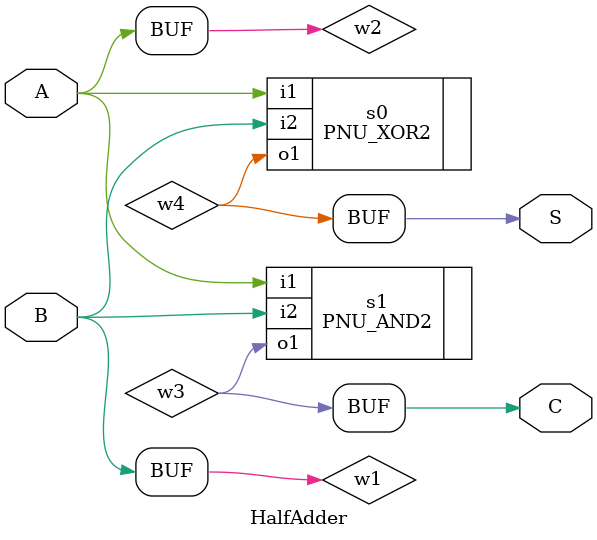
<source format=v>
module HalfAdder(A,B,S,C);

input A;
input B;
output S;
output C;

wire  w2;
wire  w1;
wire  w3;
wire  w4;

assign w2 = A;
assign w1 = B;
assign S = w4;
assign C = w3;

PNU_XOR2
     s0 (
      .i1(w2),
      .i2(w1),
      .o1(w4));

PNU_AND2
     s1 (
      .i1(w2),
      .i2(w1),
      .o1(w3));

endmodule


</source>
